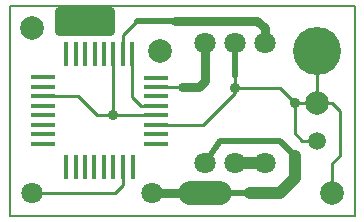
<source format=gtl>
G04 (created by PCBNEW (2013-jul-07)-stable) date jeu. 09 juil. 2015 16:32:14 CEST*
%MOIN*%
G04 Gerber Fmt 3.4, Leading zero omitted, Abs format*
%FSLAX34Y34*%
G01*
G70*
G90*
G04 APERTURE LIST*
%ADD10C,0.00590551*%
%ADD11C,0.0709*%
%ADD12R,0.0787X0.0177*%
%ADD13R,0.0177X0.0787*%
%ADD14C,0.16*%
%ADD15C,0.0590551*%
%ADD16C,0.0787*%
%ADD17C,0.035*%
%ADD18C,0.01*%
%ADD19C,0.019685*%
%ADD20C,0.0314961*%
%ADD21C,0.0393701*%
%ADD22C,0.0787402*%
%ADD23C,0.031*%
G04 APERTURE END LIST*
G54D10*
X11500Y0D02*
X10250Y0D01*
X11500Y7000D02*
X11500Y0D01*
X10250Y7000D02*
X11500Y7000D01*
X10000Y0D02*
X10250Y0D01*
X10000Y7000D02*
X10250Y7000D01*
X0Y7000D02*
X0Y0D01*
X10000Y7000D02*
X0Y7000D01*
X0Y0D02*
X10000Y0D01*
G54D11*
X750Y750D03*
X4750Y750D03*
X7500Y5750D03*
X7500Y1750D03*
X8500Y5750D03*
X8500Y1750D03*
X6500Y5750D03*
X6500Y1750D03*
G54D12*
X1104Y2407D03*
X1104Y2722D03*
X1104Y3037D03*
X1104Y3352D03*
X1104Y3667D03*
X1104Y3982D03*
X1104Y4297D03*
X1104Y4612D03*
X4870Y4610D03*
X4870Y2400D03*
X4870Y2720D03*
X4870Y3040D03*
X4870Y3350D03*
X4870Y3670D03*
X4870Y3980D03*
X4870Y4300D03*
G54D13*
X1888Y5400D03*
X2202Y5400D03*
X2518Y5400D03*
X2832Y5400D03*
X3148Y5400D03*
X3462Y5400D03*
X3778Y5400D03*
X4092Y5400D03*
X1890Y1620D03*
X2200Y1620D03*
X2520Y1620D03*
X2830Y1620D03*
X3140Y1620D03*
X3460Y1620D03*
X3780Y1620D03*
X4100Y1620D03*
G54D14*
X10250Y5500D03*
G54D15*
X10250Y2500D03*
G54D16*
X10250Y3750D03*
X750Y6250D03*
X10750Y750D03*
X5000Y5500D03*
G54D17*
X3462Y3350D03*
X9500Y3750D03*
X7500Y4250D03*
G54D18*
X3778Y6028D02*
X4250Y6500D01*
G54D19*
X5500Y6500D02*
X4250Y6500D01*
G54D20*
X8250Y6500D02*
X5500Y6500D01*
G54D18*
X3778Y5400D02*
X3778Y6028D01*
G54D20*
X8500Y6250D02*
X8500Y5750D01*
X8250Y6500D02*
X8500Y6250D01*
X6000Y750D02*
X4750Y750D01*
G54D21*
X9000Y750D02*
X8000Y750D01*
G54D19*
X8000Y750D02*
X7000Y750D01*
G54D22*
X7000Y750D02*
X6000Y750D01*
G54D21*
X9500Y1250D02*
X9000Y750D01*
X9500Y2000D02*
X9500Y1250D01*
G54D19*
X9000Y2500D02*
X9500Y2000D01*
X7000Y2500D02*
X9000Y2500D01*
X6500Y1750D02*
X7000Y2500D01*
G54D18*
X750Y750D02*
X3500Y750D01*
X3780Y1030D02*
X3780Y1620D01*
X3500Y750D02*
X3780Y1030D01*
X4870Y4300D02*
X5750Y4300D01*
G54D20*
X5750Y4300D02*
X6300Y4300D01*
X6500Y5750D02*
X6500Y4500D01*
X6300Y4300D02*
X6500Y4500D01*
G54D18*
X3462Y5400D02*
X3462Y3350D01*
X4870Y3350D02*
X3462Y3350D01*
X3462Y3350D02*
X2900Y3350D01*
X2268Y3982D02*
X2900Y3350D01*
X2268Y3982D02*
X1104Y3982D01*
X4092Y5400D02*
X4092Y3962D01*
X4384Y3670D02*
X4870Y3670D01*
X4092Y3962D02*
X4384Y3670D01*
X10250Y3750D02*
X10750Y3750D01*
X10750Y1750D02*
X10750Y750D01*
X11000Y2000D02*
X10750Y1750D01*
X11000Y3500D02*
X11000Y2000D01*
X10750Y3750D02*
X11000Y3500D01*
X10250Y3750D02*
X10250Y5500D01*
X10250Y2500D02*
X9750Y2500D01*
X9500Y2750D02*
X9500Y3750D01*
X9750Y2500D02*
X9500Y2750D01*
X7500Y4250D02*
X9000Y4250D01*
X9500Y3750D02*
X10250Y3750D01*
X9000Y4250D02*
X9500Y3750D01*
X4870Y3040D02*
X6460Y3040D01*
X7500Y4080D02*
X7500Y4250D01*
X6460Y3040D02*
X7500Y4080D01*
X7500Y4250D02*
X7500Y4660D01*
G54D19*
X7500Y4660D02*
X7500Y5750D01*
G54D21*
X7500Y1750D02*
X8500Y1750D01*
G54D23*
X3345Y6811D02*
X1655Y6811D01*
X3345Y6563D02*
X1655Y6563D01*
X3345Y6315D02*
X1655Y6315D01*
X3345Y6155D02*
X1655Y6155D01*
X1655Y6811D01*
X3345Y6811D01*
X3345Y6155D01*
M02*

</source>
